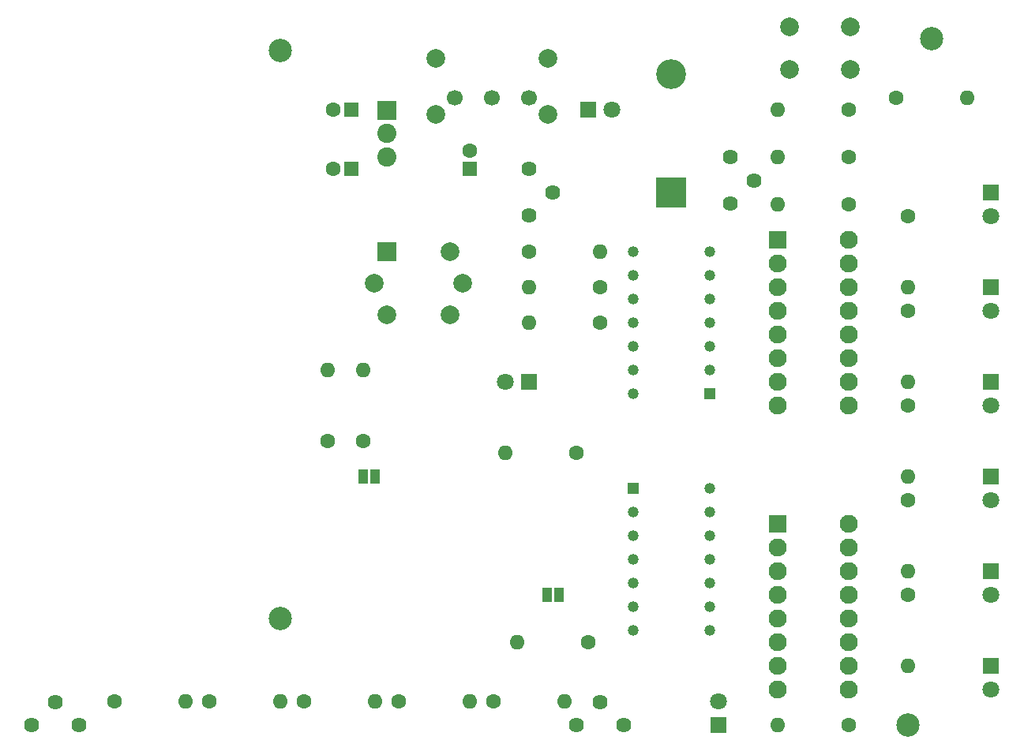
<source format=gbr>
%TF.GenerationSoftware,KiCad,Pcbnew,(5.1.9)-1*%
%TF.CreationDate,2021-03-27T11:21:30+01:00*%
%TF.ProjectId,alkoholmeter1,616c6b6f-686f-46c6-9d65-746572312e6b,rev?*%
%TF.SameCoordinates,Original*%
%TF.FileFunction,Soldermask,Top*%
%TF.FilePolarity,Negative*%
%FSLAX46Y46*%
G04 Gerber Fmt 4.6, Leading zero omitted, Abs format (unit mm)*
G04 Created by KiCad (PCBNEW (5.1.9)-1) date 2021-03-27 11:21:30*
%MOMM*%
%LPD*%
G01*
G04 APERTURE LIST*
%ADD10C,2.500000*%
%ADD11C,2.000000*%
%ADD12C,1.700000*%
%ADD13O,3.200000X3.200000*%
%ADD14R,3.200000X3.200000*%
%ADD15R,2.000000X2.000000*%
%ADD16C,2.055000*%
%ADD17R,2.055000X2.055000*%
%ADD18C,1.930400*%
%ADD19R,1.930400X1.930400*%
%ADD20C,1.180000*%
%ADD21R,1.180000X1.180000*%
%ADD22C,1.620000*%
%ADD23O,1.600000X1.600000*%
%ADD24C,1.600000*%
%ADD25R,1.000000X1.500000*%
%ADD26C,1.800000*%
%ADD27R,1.800000X1.800000*%
%ADD28R,1.600000X1.600000*%
G04 APERTURE END LIST*
D10*
%TO.C,H4*%
X194310000Y-128270000D03*
%TD*%
%TO.C,H3*%
X196850000Y-54610000D03*
%TD*%
%TO.C,H2*%
X127000000Y-116840000D03*
%TD*%
%TO.C,H1*%
X127000000Y-55880000D03*
%TD*%
D11*
%TO.C,SW2*%
X188110000Y-53340000D03*
X188110000Y-57840000D03*
X181610000Y-53340000D03*
X181610000Y-57840000D03*
%TD*%
D12*
%TO.C,SW1*%
X145670000Y-60960000D03*
X149670000Y-60960000D03*
X153670000Y-60960000D03*
D11*
X155670000Y-56710000D03*
X143670000Y-56710000D03*
X143670000Y-62710000D03*
X155670000Y-62710000D03*
%TD*%
D13*
%TO.C,D8*%
X168910000Y-58420000D03*
D14*
X168910000Y-71120000D03*
%TD*%
D11*
%TO.C,U?1*%
X145150000Y-77470000D03*
X145150000Y-84190000D03*
X138430000Y-84190000D03*
D15*
X138430000Y-77470000D03*
D11*
X146540000Y-80830000D03*
X137040000Y-80830000D03*
%TD*%
D16*
%TO.C,U5*%
X138430000Y-67310000D03*
X138430000Y-64775000D03*
D17*
X138430000Y-62240000D03*
%TD*%
D18*
%TO.C,U4*%
X187960000Y-106680000D03*
X187960000Y-109220000D03*
X187960000Y-111760000D03*
X187960000Y-114300000D03*
X187960000Y-116840000D03*
X187960000Y-119380000D03*
X187960000Y-121920000D03*
X187960000Y-124460000D03*
X180340000Y-116840000D03*
X180340000Y-119380000D03*
X180340000Y-114300000D03*
X180340000Y-111760000D03*
X180340000Y-124460000D03*
X180340000Y-121920000D03*
X180340000Y-109220000D03*
D19*
X180340000Y-106680000D03*
%TD*%
D18*
%TO.C,U3*%
X187960000Y-76200000D03*
X187960000Y-78740000D03*
X187960000Y-81280000D03*
X187960000Y-83820000D03*
X187960000Y-86360000D03*
X187960000Y-88900000D03*
X187960000Y-91440000D03*
X187960000Y-93980000D03*
X180340000Y-86360000D03*
X180340000Y-88900000D03*
X180340000Y-83820000D03*
X180340000Y-81280000D03*
X180340000Y-93980000D03*
X180340000Y-91440000D03*
X180340000Y-78740000D03*
D19*
X180340000Y-76200000D03*
%TD*%
D20*
%TO.C,U2*%
X164782500Y-92710000D03*
X164782500Y-90170000D03*
X164782500Y-87630000D03*
X164782500Y-85090000D03*
X164782500Y-82550000D03*
X164782500Y-80010000D03*
X164782500Y-77470000D03*
X173037500Y-77470000D03*
X173037500Y-80010000D03*
X173037500Y-82550000D03*
X173037500Y-85090000D03*
X173037500Y-87630000D03*
X173037500Y-90170000D03*
D21*
X173037500Y-92710000D03*
%TD*%
D20*
%TO.C,U1*%
X173037500Y-102870000D03*
X173037500Y-105410000D03*
X173037500Y-107950000D03*
X173037500Y-110490000D03*
X173037500Y-113030000D03*
X173037500Y-115570000D03*
X173037500Y-118110000D03*
X164782500Y-118110000D03*
X164782500Y-115570000D03*
X164782500Y-113030000D03*
X164782500Y-110490000D03*
X164782500Y-107950000D03*
X164782500Y-105410000D03*
D21*
X164782500Y-102870000D03*
%TD*%
D22*
%TO.C,RV4*%
X175260000Y-67310000D03*
X177760000Y-69810000D03*
X175260000Y-72310000D03*
%TD*%
%TO.C,RV3*%
X153670000Y-68580000D03*
X156170000Y-71080000D03*
X153670000Y-73580000D03*
%TD*%
%TO.C,RV2*%
X158750000Y-128270000D03*
X161250000Y-125770000D03*
X163750000Y-128270000D03*
%TD*%
%TO.C,RV1*%
X100330000Y-128270000D03*
X102830000Y-125770000D03*
X105330000Y-128270000D03*
%TD*%
D23*
%TO.C,R22*%
X151130000Y-99060000D03*
D24*
X158750000Y-99060000D03*
%TD*%
D23*
%TO.C,R21*%
X180340000Y-67310000D03*
D24*
X187960000Y-67310000D03*
%TD*%
D23*
%TO.C,R20*%
X194310000Y-121920000D03*
D24*
X194310000Y-114300000D03*
%TD*%
D23*
%TO.C,R19*%
X180340000Y-72390000D03*
D24*
X187960000Y-72390000D03*
%TD*%
D23*
%TO.C,R18*%
X194310000Y-111760000D03*
D24*
X194310000Y-104140000D03*
%TD*%
D23*
%TO.C,R17*%
X180340000Y-62230000D03*
D24*
X187960000Y-62230000D03*
%TD*%
D23*
%TO.C,R16*%
X194310000Y-101600000D03*
D24*
X194310000Y-93980000D03*
%TD*%
D23*
%TO.C,R15*%
X152400000Y-119380000D03*
D24*
X160020000Y-119380000D03*
%TD*%
D23*
%TO.C,R14*%
X194310000Y-91440000D03*
D24*
X194310000Y-83820000D03*
%TD*%
D23*
%TO.C,R13*%
X194310000Y-81280000D03*
D24*
X194310000Y-73660000D03*
%TD*%
D23*
%TO.C,R12*%
X153670000Y-85090000D03*
D24*
X161290000Y-85090000D03*
%TD*%
D23*
%TO.C,R11*%
X161290000Y-77470000D03*
D24*
X153670000Y-77470000D03*
%TD*%
D23*
%TO.C,R10*%
X153670000Y-81280000D03*
D24*
X161290000Y-81280000D03*
%TD*%
D23*
%TO.C,R9*%
X200660000Y-60960000D03*
D24*
X193040000Y-60960000D03*
%TD*%
D23*
%TO.C,R8*%
X132080000Y-90170000D03*
D24*
X132080000Y-97790000D03*
%TD*%
D23*
%TO.C,R7*%
X135890000Y-90170000D03*
D24*
X135890000Y-97790000D03*
%TD*%
D23*
%TO.C,R6*%
X180340000Y-128270000D03*
D24*
X187960000Y-128270000D03*
%TD*%
D23*
%TO.C,R5*%
X157480000Y-125730000D03*
D24*
X149860000Y-125730000D03*
%TD*%
D23*
%TO.C,R4*%
X147320000Y-125730000D03*
D24*
X139700000Y-125730000D03*
%TD*%
D23*
%TO.C,R3*%
X137160000Y-125730000D03*
D24*
X129540000Y-125730000D03*
%TD*%
D23*
%TO.C,R2*%
X127000000Y-125730000D03*
D24*
X119380000Y-125730000D03*
%TD*%
D23*
%TO.C,R1*%
X116840000Y-125730000D03*
D24*
X109220000Y-125730000D03*
%TD*%
D25*
%TO.C,JP2*%
X156860000Y-114300000D03*
X155560000Y-114300000D03*
%TD*%
%TO.C,JP1*%
X135860000Y-101600000D03*
X137160000Y-101600000D03*
%TD*%
D26*
%TO.C,D10*%
X151130000Y-91440000D03*
D27*
X153670000Y-91440000D03*
%TD*%
D26*
%TO.C,D9*%
X203200000Y-124460000D03*
D27*
X203200000Y-121920000D03*
%TD*%
D26*
%TO.C,D7*%
X203200000Y-114300000D03*
D27*
X203200000Y-111760000D03*
%TD*%
D26*
%TO.C,D6*%
X203200000Y-104140000D03*
D27*
X203200000Y-101600000D03*
%TD*%
D26*
%TO.C,D5*%
X203200000Y-93980000D03*
D27*
X203200000Y-91440000D03*
%TD*%
D26*
%TO.C,D4*%
X162560000Y-62230000D03*
D27*
X160020000Y-62230000D03*
%TD*%
D26*
%TO.C,D3*%
X203200000Y-83820000D03*
D27*
X203200000Y-81280000D03*
%TD*%
D26*
%TO.C,D2*%
X203200000Y-73660000D03*
D27*
X203200000Y-71120000D03*
%TD*%
D26*
%TO.C,D1*%
X173990000Y-125730000D03*
D27*
X173990000Y-128270000D03*
%TD*%
D24*
%TO.C,C3*%
X132620000Y-68580000D03*
D28*
X134620000Y-68580000D03*
%TD*%
D24*
%TO.C,C2*%
X147320000Y-66580000D03*
D28*
X147320000Y-68580000D03*
%TD*%
D24*
%TO.C,C1*%
X132620000Y-62230000D03*
D28*
X134620000Y-62230000D03*
%TD*%
M02*

</source>
